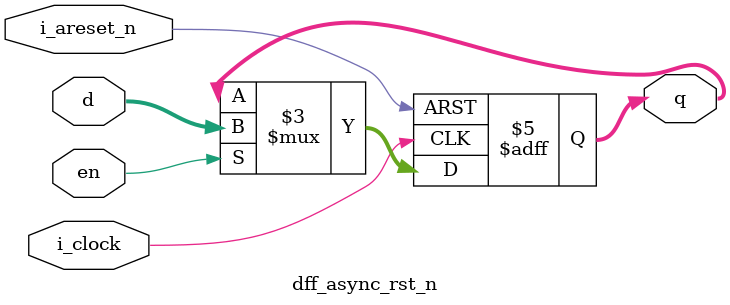
<source format=v>
`ifndef _DFF_ASYNC_RST_N_
`define _DFF_ASYNC_RST_N_

module dff_async_rst_n #(parameter WIDTH = 32,
                         parameter RESET = {WIDTH{1'b0}})

                        (input                      i_clock   ,
                         input                      i_areset_n,
                         input                      en,
                         input      [(WIDTH - 1):0] d,
                         output reg [(WIDTH - 1):0] q);

  always @(posedge i_clock or negedge i_areset_n)
    if (!i_areset_n)
      q <= RESET;
    else if (en)
      q <= d;

endmodule

`endif // _DFF_ASYNC_RST_N_

</source>
